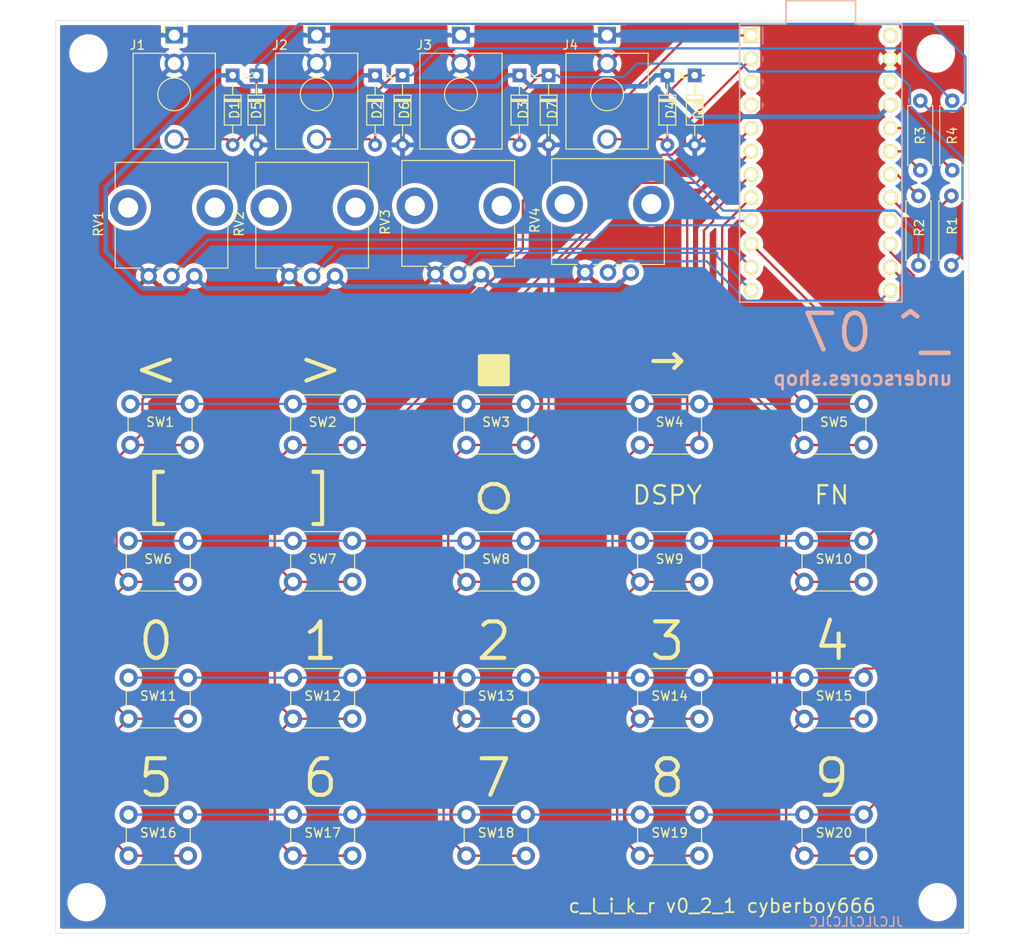
<source format=kicad_pcb>
(kicad_pcb (version 20211014) (generator pcbnew)
  (title_block (title "c_l_i_k_r") (date "2022-02-22") (rev "v0_2_1") (company "cyberboy666") (comment 1 "CC-BY-SA"))
  (layers (0 "F.Cu" signal) (31 "B.Cu" signal) (34 "B.Paste" user) (35 "F.Paste" user) (36 "B.SilkS" user "B.Silkscreen") (37 "F.SilkS" user "F.Silkscreen") (38 "B.Mask" user) (39 "F.Mask" user) (44 "Edge.Cuts" user))
  (net 0 "")
  (net 1 "+5V")
  (net 2 "analog_6")
  (net 3 "analog_7")
  (net 4 "analog_4")
  (net 5 "analog_5")
  (net 6 "GND")
  (net 7 "analog_0")
  (net 8 "analog_1")
  (net 9 "analog_2")
  (net 10 "analog_3")
  (net 11 "key_y0")
  (net 12 "key_x0")
  (net 13 "key_x1")
  (net 14 "key_x2")
  (net 15 "key_x3")
  (net 16 "key_x4")
  (net 17 "key_y1")
  (net 18 "key_y2")
  (net 19 "key_y3")
  (net 20 "Net-(U1-Pad3)")
  (net 21 "Net-(U1-Pad4)")
  (net 22 "Net-(U1-Pad16)")
  (net 23 "Net-(U1-Pad22)")
  (net 24 "Net-(U1-Pad24)")
  (net 25 "Net-(D1-Pad2)")
  (net 26 "Net-(D2-Pad2)")
  (net 27 "Net-(D3-Pad2)")
  (net 28 "Net-(D4-Pad2)")
  (footprint "Diode_THT:D_DO-34_SOD68_P7.62mm_Horizontal" (layer "F.Cu") (at 124.4 56 -90)
    (fp_text reference "D1")
    (fp_text value "bat46")
  )
  (footprint "Diode_THT:D_DO-34_SOD68_P7.62mm_Horizontal" (layer "F.Cu") (at 140 56 -90)
    (fp_text reference "D2")
    (fp_text value "bat46")
  )
  (footprint "Diode_THT:D_DO-34_SOD68_P7.62mm_Horizontal" (layer "F.Cu") (at 155.8 56 -90)
    (fp_text reference "D3")
    (fp_text value "bat46")
  )
  (footprint "Diode_THT:D_DO-34_SOD68_P7.62mm_Horizontal" (layer "F.Cu") (at 172 56 -90)
    (fp_text reference "D4")
    (fp_text value "bat46")
  )
  (footprint "Diode_THT:D_DO-34_SOD68_P7.62mm_Horizontal" (layer "F.Cu") (at 127 56 -90)
    (fp_text reference "D5")
    (fp_text value "bat46")
  )
  (footprint "Diode_THT:D_DO-34_SOD68_P7.62mm_Horizontal" (layer "F.Cu") (at 143 56 -90)
    (fp_text reference "D6")
    (fp_text value "bat46")
  )
  (footprint "Diode_THT:D_DO-34_SOD68_P7.62mm_Horizontal" (layer "F.Cu") (at 159 56 -90)
    (fp_text reference "D7")
    (fp_text value "bat46")
  )
  (footprint "Diode_THT:D_DO-34_SOD68_P7.62mm_Horizontal" (layer "F.Cu") (at 175 56 -90)
    (fp_text reference "D8")
    (fp_text value "bat46")
  )
  (footprint "lib_fp:Jack_3.5mm_QingPu_WQP-PJ398SM_Vertical_CircularHoles" (layer "F.Cu") (at 118 51.6)
    (fp_text reference "J1")
    (fp_text value "mono_jack_3.5mm")
  )
  (footprint "lib_fp:Jack_3.5mm_QingPu_WQP-PJ398SM_Vertical_CircularHoles" (layer "F.Cu") (at 133.6 51.6)
    (fp_text reference "J2")
    (fp_text value "mono_jack_3.5mm")
  )
  (footprint "lib_fp:Jack_3.5mm_QingPu_WQP-PJ398SM_Vertical_CircularHoles" (layer "F.Cu") (at 149.4 51.6)
    (fp_text reference "J3")
    (fp_text value "mono_jack_3.5mm")
  )
  (footprint "lib_fp:Jack_3.5mm_QingPu_WQP-PJ398SM_Vertical_CircularHoles" (layer "F.Cu") (at 165.4 51.6)
    (fp_text reference "J4")
    (fp_text value "mono_jack_3.5mm")
  )
  (footprint "lib_fp:Potentiometer_Alps_RK09L_Single_Vertical" (layer "F.Cu") (at 120.2 78 90)
    (fp_text reference "RV1")
    (fp_text value "10k_pot")
  )
  (footprint "lib_fp:Potentiometer_Alps_RK09L_Single_Vertical" (layer "F.Cu") (at 135.6 78 90)
    (fp_text reference "RV2")
    (fp_text value "10k_pot")
  )
  (footprint "lib_fp:Potentiometer_Alps_RK09L_Single_Vertical" (layer "F.Cu") (at 151.6 77.8 90)
    (fp_text reference "RV3")
    (fp_text value "10k_pot")
  )
  (footprint "lib_fp:Potentiometer_Alps_RK09L_Single_Vertical" (layer "F.Cu") (at 168 77.6 90)
    (fp_text reference "RV4")
    (fp_text value "10k_pot")
  )
  (footprint "Button_Switch_THT:SW_PUSH_6mm_H7.3mm" (layer "F.Cu") (at 113.2 92)
    (fp_text reference "SW1")
    (fp_text value "Push")
  )
  (footprint "Button_Switch_THT:SW_PUSH_6mm_H7.3mm" (layer "F.Cu") (at 131 92)
    (fp_text reference "SW2")
    (fp_text value "Push")
  )
  (footprint "Button_Switch_THT:SW_PUSH_6mm_H7.3mm" (layer "F.Cu") (at 150 92)
    (fp_text reference "SW3")
    (fp_text value "Push")
  )
  (footprint "Button_Switch_THT:SW_PUSH_6mm_H7.3mm" (layer "F.Cu") (at 169 92)
    (fp_text reference "SW4")
    (fp_text value "Push")
  )
  (footprint "Button_Switch_THT:SW_PUSH_6mm_H7.3mm" (layer "F.Cu") (at 187 92)
    (fp_text reference "SW5")
    (fp_text value "Push")
  )
  (footprint "Button_Switch_THT:SW_PUSH_6mm_H7.3mm" (layer "F.Cu") (at 113 107)
    (fp_text reference "SW6")
    (fp_text value "Push")
  )
  (footprint "Button_Switch_THT:SW_PUSH_6mm_H7.3mm" (layer "F.Cu") (at 131 107)
    (fp_text reference "SW7")
    (fp_text value "Push")
  )
  (footprint "Button_Switch_THT:SW_PUSH_6mm_H7.3mm" (layer "F.Cu") (at 150 107)
    (fp_text reference "SW8")
    (fp_text value "Push")
  )
  (footprint "Button_Switch_THT:SW_PUSH_6mm_H7.3mm" (layer "F.Cu") (at 169 107)
    (fp_text reference "SW9")
    (fp_text value "Push")
  )
  (footprint "Button_Switch_THT:SW_PUSH_6mm_H7.3mm" (layer "F.Cu") (at 187 107)
    (fp_text reference "SW10")
    (fp_text value "Push")
  )
  (footprint "Button_Switch_THT:SW_PUSH_6mm_H7.3mm" (layer "F.Cu") (at 113 122)
    (fp_text reference "SW11")
    (fp_text value "Push")
  )
  (footprint "Button_Switch_THT:SW_PUSH_6mm_H7.3mm" (layer "F.Cu") (at 131 122)
    (fp_text reference "SW12")
    (fp_text value "Push")
  )
  (footprint "Button_Switch_THT:SW_PUSH_6mm_H7.3mm" (layer "F.Cu") (at 150 122)
    (fp_text reference "SW13")
    (fp_text value "Push")
  )
  (footprint "Button_Switch_THT:SW_PUSH_6mm_H7.3mm" (layer "F.Cu") (at 169 122)
    (fp_text reference "SW14")
    (fp_text value "Push")
  )
  (footprint "Button_Switch_THT:SW_PUSH_6mm_H7.3mm" (layer "F.Cu") (at 187 122)
    (fp_text reference "SW15")
    (fp_text value "Push")
  )
  (footprint "Button_Switch_THT:SW_PUSH_6mm_H7.3mm" (layer "F.Cu") (at 113 137)
    (fp_text reference "SW16")
    (fp_text value "Push")
  )
  (footprint "Button_Switch_THT:SW_PUSH_6mm_H7.3mm" (layer "F.Cu") (at 131 137)
    (fp_text reference "SW17")
    (fp_text value "Push")
  )
  (footprint "Button_Switch_THT:SW_PUSH_6mm_H7.3mm" (layer "F.Cu") (at 150 137)
    (fp_text reference "SW18")
    (fp_text value "Push")
  )
  (footprint "Button_Switch_THT:SW_PUSH_6mm_H7.3mm" (layer "F.Cu") (at 169 137)
    (fp_text reference "SW19")
    (fp_text value "Push")
  )
  (footprint "Button_Switch_THT:SW_PUSH_6mm_H7.3mm" (layer "F.Cu") (at 187 137)
    (fp_text reference "SW20")
    (fp_text value "Push")
  )
  (footprint "lib_fp:ProMicro" (layer "F.Cu") (at 188.8 65.6 -90)
    (fp_text reference "U1" hide)
    (fp_text value "ProMicro")
  )
  (footprint "MountingHole:MountingHole_3.2mm_M3" (layer "F.Cu") (at 108.6 53.6)
    (fp_text reference "REF**" hide)
    (fp_text value "MountingHole_3.2mm_M3")
  )
  (footprint "MountingHole:MountingHole_3.2mm_M3" (layer "F.Cu") (at 201.4 53.6)
    (fp_text reference "REF**" hide)
    (fp_text value "MountingHole_3.2mm_M3")
  )
  (footprint "MountingHole:MountingHole_3.2mm_M3" (layer "F.Cu") (at 201.6 146.6)
    (fp_text reference "REF**" hide)
    (fp_text value "MountingHole_3.2mm_M3")
  )
  (footprint "MountingHole:MountingHole_3.2mm_M3" (layer "F.Cu") (at 108.4 146.6)
    (fp_text reference "")
    (fp_text value "MountingHole_3.2mm_M3")
  )
  (footprint "Resistor_THT:R_Axial_DIN0207_L6.3mm_D2.5mm_P7.62mm_Horizontal" (layer "F.Cu") (at 203.1 69.2 -90)
    (fp_text reference "R1")
    (fp_text value "1k")
  )
  (footprint "Resistor_THT:R_Axial_DIN0207_L6.3mm_D2.5mm_P7.62mm_Horizontal" (layer "F.Cu") (at 199.5 69.2 -90)
    (fp_text reference "R2")
    (fp_text value "1k")
  )
  (footprint "Resistor_THT:R_Axial_DIN0207_L6.3mm_D2.5mm_P7.62mm_Horizontal" (layer "F.Cu") (at 199.7 66.4 90)
    (fp_text reference "R3")
    (fp_text value "1k")
  )
  (footprint "Resistor_THT:R_Axial_DIN0207_L6.3mm_D2.5mm_P7.62mm_Horizontal" (layer "F.Cu") (at 203.2 66.4 90)
    (fp_text reference "R4")
    (fp_text value "1k")
  )
  (gr_line (start 105 150) (end 105 50) (layer "Edge.Cuts") (width 0.05))
  (gr_line (start 105 50) (end 205 50) (layer "Edge.Cuts") (width 0.05))
  (gr_line (start 205 50) (end 205 150) (layer "Edge.Cuts") (width 0.05))
  (gr_line (start 205 150) (end 105 150) (layer "Edge.Cuts") (width 0.05))
  (gr_text "_^ 07" (at 194.8 84.2) (layer "B.SilkS") (effects (font (size 4 4) (thickness 0.5)) (justify mirror)))
  (gr_text "JLCJLCJLCJLC" (at 192.65 148.75) (layer "B.SilkS") (effects (font (size 1 1)) (justify mirror)))
  (gr_text "underscores.shop" (at 193.4 89.2) (layer "B.SilkS") (effects (font (size 1.5 1.5) (thickness 0.3)) (justify mirror)))
  (gr_text ">" (at 134 88) (layer "F.SilkS") (effects (font (size 4 4) (thickness 0.45))))
  (gr_text "■" (at 153 88) (layer "F.SilkS") (effects (font (size 4 4) (thickness 0.45))))
  (gr_text "→" (at 172 87) (layer "F.SilkS") (effects (font (size 4 4) (thickness 0.45))))
  (gr_text "[" (at 116 102) (layer "F.SilkS") (effects (font (size 4 4) (thickness 0.45))))
  (gr_text "]" (at 134 102) (layer "F.SilkS") (effects (font (size 4 4) (thickness 0.45))))
  (gr_text "○" (at 153 102) (layer "F.SilkS") (effects (font (size 4 4) (thickness 0.45))))
  (gr_text "DSPY" (at 172 102) (layer "F.SilkS") (effects (font (size 2 2) (thickness 0.25))))
  (gr_text "FN" (at 190 102) (layer "F.SilkS") (effects (font (size 2 2) (thickness 0.25))))
  (gr_text "0" (at 116 118) (layer "F.SilkS") (effects (font (size 4 4) (thickness 0.45))))
  (gr_text "1" (at 134 118) (layer "F.SilkS") (effects (font (size 4 4) (thickness 0.45))))
  (gr_text "2" (at 153 118) (layer "F.SilkS") (effects (font (size 4 4) (thickness 0.45))))
  (gr_text "3" (at 172 118) (layer "F.SilkS") (effects (font (size 4 4) (thickness 0.45))))
  (gr_text "4" (at 190 118) (layer "F.SilkS") (effects (font (size 4 4) (thickness 0.45))))
  (gr_text "5" (at 116 133) (layer "F.SilkS") (effects (font (size 4 4) (thickness 0.45))))
  (gr_text "6" (at 134 133) (layer "F.SilkS") (effects (font (size 4 4) (thickness 0.45))))
  (gr_text "7" (at 153 133) (layer "F.SilkS") (effects (font (size 4 4) (thickness 0.45))))
  (gr_text "8" (at 172 133) (layer "F.SilkS") (effects (font (size 4 4) (thickness 0.45))))
  (gr_text "9" (at 190 133) (layer "F.SilkS") (effects (font (size 4 4) (thickness 0.45))))
  (gr_text "<" (at 116 88) (layer "F.SilkS") (effects (font (size 4 4) (thickness 0.45))))
  (gr_text "c_l_i_k_r v0_2_1 cyberboy666" (at 178 147) (layer "F.SilkS") (effects (font (size 1.5 1.5) (thickness 0.2))))
  (segment (start 169.549999 57.200001) (end 157.000001 57.200001) (width 0.5) (layer "B.Cu") (net 1))
  (segment (start 110.499999 68.257799) (end 110.499999 75.298001) (width 0.5) (layer "B.Cu") (net 1))
  (segment (start 155.8 56) (end 154.55 56) (width 0.5) (layer "B.Cu") (net 1))
  (segment (start 151.6 77.8) (end 150.249999 79.150001) (width 0.5) (layer "B.Cu") (net 1))
  (segment (start 170.75 56) (end 169.549999 57.200001) (width 0.5) (layer "B.Cu") (net 1))
  (segment (start 135.6 78) (end 134.249999 79.350001) (width 0.5) (layer "B.Cu") (net 1))
  (segment (start 137.549999 57.200001) (end 125.600001 57.200001) (width 0.5) (layer "B.Cu") (net 1))
  (segment (start 121.550001 79.350001) (end 121.099999 78.899999) (width 0.5) (layer "B.Cu") (net 1))
  (segment (start 125.600001 57.200001) (end 124.4 56) (width 0.5) (layer "B.Cu") (net 1))
  (segment (start 122.757798 56) (end 110.499999 68.257799) (width 0.5) (layer "B.Cu") (net 1))
  (segment (start 140 56) (end 138.75 56) (width 0.5) (layer "B.Cu") (net 1))
  (segment (start 141.200001 57.200001) (end 140 56) (width 0.5) (layer "B.Cu") (net 1))
  (segment (start 167.100001 78.499999) (end 168 77.6) (width 0.5) (layer "B.Cu") (net 1))
  (segment (start 153.349999 57.200001) (end 141.200001 57.200001) (width 0.5) (layer "B.Cu") (net 1))
  (segment (start 138.75 56) (end 137.549999 57.200001) (width 0.5) (layer "B.Cu") (net 1))
  (segment (start 134.249999 79.350001) (end 121.550001 79.350001) (width 0.5) (layer "B.Cu") (net 1))
  (segment (start 154.55 56) (end 153.349999 57.200001) (width 0.5) (layer "B.Cu") (net 1))
  (segment (start 172 57.25) (end 172 56) (width 0.5) (layer "B.Cu") (net 1))
  (segment (start 172 56) (end 170.75 56) (width 0.5) (layer "B.Cu") (net 1))
  (segment (start 152.8 79) (end 166.6 79) (width 0.5) (layer "B.Cu") (net 1))
  (segment (start 150.249999 79.150001) (end 136.750001 79.150001) (width 0.5) (layer "B.Cu") (net 1))
  (segment (start 166.6 79) (end 167.100001 78.499999) (width 0.5) (layer "B.Cu") (net 1))
  (segment (start 196.42 59.25) (end 195.130001 60.539999) (width 0.5) (layer "B.Cu") (net 1))
  (segment (start 121.099999 78.899999) (end 120.2 78) (width 0.5) (layer "B.Cu") (net 1))
  (segment (start 119.300001 78.899999) (end 120.2 78) (width 0.5) (layer "B.Cu") (net 1))
  (segment (start 136.499999 78.899999) (end 135.6 78) (width 0.5) (layer "B.Cu") (net 1))
  (segment (start 136.750001 79.150001) (end 136.499999 78.899999) (width 0.5) (layer "B.Cu") (net 1))
  (segment (start 151.6 77.8) (end 152.8 79) (width 0.5) (layer "B.Cu") (net 1))
  (segment (start 195.130001 60.539999) (end 175.289999 60.539999) (width 0.5) (layer "B.Cu") (net 1))
  (segment (start 157.000001 57.200001) (end 155.8 56) (width 0.5) (layer "B.Cu") (net 1))
  (segment (start 124.4 56) (end 122.757798 56) (width 0.5) (layer "B.Cu") (net 1))
  (segment (start 175.289999 60.539999) (end 172 57.25) (width 0.5) (layer "B.Cu") (net 1))
  (segment (start 110.499999 75.298001) (end 114.551999 79.350001) (width 0.5) (layer "B.Cu") (net 1))
  (segment (start 114.551999 79.350001) (end 118.849999 79.350001) (width 0.5) (layer "B.Cu") (net 1))
  (segment (start 118.849999 79.350001) (end 119.300001 78.899999) (width 0.5) (layer "B.Cu") (net 1))
  (segment (start 199.7 66.4) (end 197.63 64.33) (width 0.25) (layer "F.Cu") (net 2))
  (segment (start 197.63 64.33) (end 196.42 64.33) (width 0.25) (layer "F.Cu") (net 2))
  (segment (start 203.2 66.4) (end 198.59 61.79) (width 0.25) (layer "F.Cu") (net 3))
  (segment (start 198.59 61.79) (end 196.42 61.79) (width 0.25) (layer "F.Cu") (net 3))
  (segment (start 202.300001 69.999999) (end 203.1 69.2) (width 0.25) (layer "F.Cu") (net 4))
  (segment (start 201.4 70.9) (end 202.300001 69.999999) (width 0.25) (layer "F.Cu") (net 4))
  (segment (start 197.91 70.9) (end 201.4 70.9) (width 0.25) (layer "F.Cu") (net 4))
  (segment (start 196.42 69.41) (end 197.91 70.9) (width 0.25) (layer "F.Cu") (net 4))
  (segment (start 199.5 69.2) (end 197.17 66.87) (width 0.25) (layer "F.Cu") (net 5))
  (segment (start 197.17 66.87) (end 196.42 66.87) (width 0.25) (layer "F.Cu") (net 5))
  (segment (start 167.710001 50.504999) (end 166.615 51.6) (width 0.25) (layer "F.Cu") (net 6))
  (segment (start 166.615 51.6) (end 165.4 51.6) (width 0.25) (layer "F.Cu") (net 6))
  (segment (start 175 63.62) (end 178.244999 60.375001) (width 0.25) (layer "F.Cu") (net 6))
  (segment (start 196.42 54.17) (end 192.754999 50.504999) (width 0.25) (layer "F.Cu") (net 6))
  (segment (start 181.720001 60.375001) (end 182.305001 59.790001) (width 0.25) (layer "F.Cu") (net 6))
  (segment (start 182.305001 59.790001) (end 182.305001 50.569999) (width 0.25) (layer "F.Cu") (net 6))
  (segment (start 182.305001 50.569999) (end 182.240001 50.504999) (width 0.25) (layer "F.Cu") (net 6))
  (segment (start 182.240001 50.504999) (end 167.710001 50.504999) (width 0.25) (layer "F.Cu") (net 6))
  (segment (start 178.244999 60.375001) (end 181.720001 60.375001) (width 0.25) (layer "F.Cu") (net 6))
  (segment (start 192.754999 50.504999) (end 167.710001 50.504999) (width 0.25) (layer "F.Cu") (net 6))
  (segment (start 179.573629 72.425001) (end 180.04863 71.95) (width 0.25) (layer "B.Cu") (net 7))
  (segment (start 180.04863 71.95) (end 181.18 71.95) (width 0.25) (layer "B.Cu") (net 7))
  (segment (start 117.7 78) (end 121.7 74) (width 0.25) (layer "B.Cu") (net 7))
  (segment (start 164 74) (end 165.574999 72.425001) (width 0.25) (layer "B.Cu") (net 7))
  (segment (start 165.574999 72.425001) (end 179.573629 72.425001) (width 0.25) (layer "B.Cu") (net 7))
  (segment (start 121.7 74) (end 164 74) (width 0.25) (layer "B.Cu") (net 7))
  (segment (start 133.1 78) (end 136.1 75) (width 0.25) (layer "B.Cu") (net 8))
  (segment (start 136.1 75) (end 179.15 75) (width 0.25) (layer "B.Cu") (net 8))
  (segment (start 180.380001 76.230001) (end 181.18 77.03) (width 0.25) (layer "B.Cu") (net 8))
  (segment (start 179.15 75) (end 180.380001 76.230001) (width 0.25) (layer "B.Cu") (net 8))
  (segment (start 177.45001 75.45001) (end 177.45001 75.84001) (width 0.25) (layer "B.Cu") (net 9))
  (segment (start 151.44999 75.45001) (end 177.45001 75.45001) (width 0.25) (layer "B.Cu") (net 9))
  (segment (start 177.45001 75.84001) (end 181.18 79.57) (width 0.25) (layer "B.Cu") (net 9))
  (segment (start 149.1 77.8) (end 151.44999 75.45001) (width 0.25) (layer "B.Cu") (net 9))
  (segment (start 166.725001 76.374999) (end 176.319997 76.374999) (width 0.25) (layer "B.Cu") (net 10))
  (segment (start 176.319997 76.374999) (end 180.639999 80.695001) (width 0.25) (layer "B.Cu") (net 10))
  (segment (start 180.639999 80.695001) (end 195.294999 80.695001) (width 0.25) (layer "B.Cu") (net 10))
  (segment (start 195.620001 80.369999) (end 196.42 79.57) (width 0.25) (layer "B.Cu") (net 10))
  (segment (start 195.294999 80.695001) (end 195.620001 80.369999) (width 0.25) (layer "B.Cu") (net 10))
  (segment (start 165.5 77.6) (end 166.725001 76.374999) (width 0.25) (layer "B.Cu") (net 10))
  (segment (start 187 92) (end 178 83) (width 0.25) (layer "F.Cu") (net 11))
  (segment (start 178 72.59) (end 181.18 69.41) (width 0.25) (layer "F.Cu") (net 11))
  (segment (start 178 83) (end 178 72.59) (width 0.25) (layer "F.Cu") (net 11))
  (segment (start 156.5 92) (end 169 92) (width 0.25) (layer "B.Cu") (net 11))
  (segment (start 169 92) (end 175.5 92) (width 0.25) (layer "B.Cu") (net 11))
  (segment (start 119.7 92) (end 131 92) (width 0.25) (layer "B.Cu") (net 11))
  (segment (start 137.5 92) (end 150 92) (width 0.25) (layer "B.Cu") (net 11))
  (segment (start 150 92) (end 156.5 92) (width 0.25) (layer "B.Cu") (net 11))
  (segment (start 175.5 92) (end 187 92) (width 0.25) (layer "B.Cu") (net 11))
  (segment (start 187 92) (end 193.5 92) (width 0.25) (layer "B.Cu") (net 11))
  (segment (start 119.7 92) (end 113.2 92) (width 0.25) (layer "B.Cu") (net 11))
  (segment (start 131 92) (end 137.5 92) (width 0.25) (layer "B.Cu") (net 11))
  (segment (start 111 113.5) (end 111 124.5) (width 0.25) (layer "F.Cu") (net 12))
  (segment (start 118.085787 111.5) (end 113 111.5) (width 0.25) (layer "F.Cu") (net 12))
  (segment (start 114.525001 95.174999) (end 114.199999 95.500001) (width 0.25) (layer "F.Cu") (net 12))
  (segment (start 111.674999 110.174999) (end 112.000001 110.500001) (width 0.25) (layer "F.Cu") (net 12))
  (segment (start 112.000001 140.500001) (end 113 141.5) (width 0.25) (layer "F.Cu") (net 12))
  (segment (start 114.199999 95.500001) (end 113.2 96.5) (width 0.25) (layer "F.Cu") (net 12))
  (segment (start 118.285787 96.5) (end 113.2 96.5) (width 0.25) (layer "F.Cu") (net 12))
  (segment (start 124 82) (end 114.525001 91.474999) (width 0.25) (layer "F.Cu") (net 12))
  (segment (start 119.5 141.5) (end 118.085787 141.5) (width 0.25) (layer "F.Cu") (net 12))
  (segment (start 111.674999 98.025001) (end 111.674999 110.174999) (width 0.25) (layer "F.Cu") (net 12))
  (segment (start 113.2 96.5) (end 111.674999 98.025001) (width 0.25) (layer "F.Cu") (net 12))
  (segment (start 111 128.5) (end 111 139.5) (width 0.25) (layer "F.Cu") (net 12))
  (segment (start 156.175001 75.038001) (end 149.213002 82) (width 0.25) (layer "F.Cu") (net 12))
  (segment (start 119.7 96.5) (end 118.285787 96.5) (width 0.25) (layer "F.Cu") (net 12))
  (segment (start 156.175001 69.739997) (end 156.175001 75.038001) (width 0.25) (layer "F.Cu") (net 12))
  (segment (start 113 111.5) (end 111 113.5) (width 0.25) (layer "F.Cu") (net 12))
  (segment (start 111 139.5) (end 112.000001 140.500001) (width 0.25) (layer "F.Cu") (net 12))
  (segment (start 113 126.5) (end 111 128.5) (width 0.25) (layer "F.Cu") (net 12))
  (segment (start 111 124.5) (end 112.000001 125.500001) (width 0.25) (layer "F.Cu") (net 12))
  (segment (start 118.085787 141.5) (end 113 141.5) (width 0.25) (layer "F.Cu") (net 12))
  (segment (start 174.284998 51.63) (end 156.175001 69.739997) (width 0.25) (layer "F.Cu") (net 12))
  (segment (start 149.213002 82) (end 124 82) (width 0.25) (layer "F.Cu") (net 12))
  (segment (start 181.18 51.63) (end 174.284998 51.63) (width 0.25) (layer "F.Cu") (net 12))
  (segment (start 112.000001 125.500001) (end 113 126.5) (width 0.25) (layer "F.Cu") (net 12))
  (segment (start 112.000001 110.500001) (end 113 111.5) (width 0.25) (layer "F.Cu") (net 12))
  (segment (start 119.5 111.5) (end 118.085787 111.5) (width 0.25) (layer "F.Cu") (net 12))
  (segment (start 114.525001 91.474999) (end 114.525001 95.174999) (width 0.25) (layer "F.Cu") (net 12))
  (segment (start 113 126.5) (end 119.5 126.5) (width 0.25) (layer "F.Cu") (net 12))
  (segment (start 180.380001 54.969999) (end 181.18 54.17) (width 0.25) (layer "F.Cu") (net 13))
  (segment (start 137.5 141.5) (end 136.085787 141.5) (width 0.25) (layer "F.Cu") (net 13))
  (segment (start 137.5 111.5) (end 136.085787 111.5) (width 0.25) (layer "F.Cu") (net 13))
  (segment (start 131 126.5) (end 137.5 126.5) (width 0.25) (layer "F.Cu") (net 13))
  (segment (start 172.516001 64.695001) (end 173.924999 63.286003) (width 0.25) (layer "F.Cu") (net 13))
  (segment (start 131 111.5) (end 129 113.5) (width 0.25) (layer "F.Cu") (net 13))
  (segment (start 173.924999 63.286003) (end 173.924999 61.425001) (width 0.25) (layer "F.Cu") (net 13))
  (segment (start 137.5 96.5) (end 139.679 96.5) (width 0.25) (layer "F.Cu") (net 13))
  (segment (start 129 124.5) (end 130.000001 125.500001) (width 0.25) (layer "F.Cu") (net 13))
  (segment (start 173.924999 61.425001) (end 180.380001 54.969999) (width 0.25) (layer "F.Cu") (net 13))
  (segment (start 130.000001 125.500001) (end 131 126.5) (width 0.25) (layer "F.Cu") (net 13))
  (segment (start 129 113.5) (end 129 124.5) (width 0.25) (layer "F.Cu") (net 13))
  (segment (start 139.679 96.5) (end 171.483999 64.695001) (width 0.25) (layer "F.Cu") (net 13))
  (segment (start 136.085787 141.5) (end 131 141.5) (width 0.25) (layer "F.Cu") (net 13))
  (segment (start 136.085787 111.5) (end 131 111.5) (width 0.25) (layer "F.Cu") (net 13))
  (segment (start 131 96.5) (end 129 98.5) (width 0.25) (layer "F.Cu") (net 13))
  (segment (start 129 139.5) (end 130.000001 140.500001) (width 0.25) (layer "F.Cu") (net 13))
  (segment (start 131 96.5) (end 137.5 96.5) (width 0.25) (layer "F.Cu") (net 13))
  (segment (start 130.000001 140.500001) (end 131 141.5) (width 0.25) (layer "F.Cu") (net 13))
  (segment (start 130.000001 110.500001) (end 131 111.5) (width 0.25) (layer "F.Cu") (net 13))
  (segment (start 129 109.5) (end 130.000001 110.500001) (width 0.25) (layer "F.Cu") (net 13))
  (segment (start 131 126.5) (end 129 128.5) (width 0.25) (layer "F.Cu") (net 13))
  (segment (start 129 98.5) (end 129 109.5) (width 0.25) (layer "F.Cu") (net 13))
  (segment (start 171.483999 64.695001) (end 172.516001 64.695001) (width 0.25) (layer "F.Cu") (net 13))
  (segment (start 129 128.5) (end 129 139.5) (width 0.25) (layer "F.Cu") (net 13))
  (segment (start 149.000001 125.500001) (end 150 126.5) (width 0.25) (layer "F.Cu") (net 14))
  (segment (start 150 126.5) (end 156.5 126.5) (width 0.25) (layer "F.Cu") (net 14))
  (segment (start 148 98.5) (end 148 109.5) (width 0.25) (layer "F.Cu") (net 14))
  (segment (start 150 96.5) (end 156.5 96.5) (width 0.25) (layer "F.Cu") (net 14))
  (segment (start 150 111.5) (end 147 114.5) (width 0.25) (layer "F.Cu") (net 14))
  (segment (start 147 123.5) (end 149.000001 125.500001) (width 0.25) (layer "F.Cu") (net 14))
  (segment (start 159 94) (end 159 77.908998) (width 0.25) (layer "F.Cu") (net 14))
  (segment (start 180.380001 62.589999) (end 181.18 61.79) (width 0.25) (layer "F.Cu") (net 14))
  (segment (start 175.195001 67.774999) (end 180.380001 62.589999) (width 0.25) (layer "F.Cu") (net 14))
  (segment (start 155.085787 111.5) (end 150 111.5) (width 0.25) (layer "F.Cu") (net 14))
  (segment (start 159 77.908998) (end 169.133999 67.774999) (width 0.25) (layer "F.Cu") (net 14))
  (segment (start 149.000001 110.500001) (end 150 111.5) (width 0.25) (layer "F.Cu") (net 14))
  (segment (start 147.5 129) (end 147.5 139) (width 0.25) (layer "F.Cu") (net 14))
  (segment (start 150 126.5) (end 147.5 129) (width 0.25) (layer "F.Cu") (net 14))
  (segment (start 169.133999 67.774999) (end 175.195001 67.774999) (width 0.25) (layer "F.Cu") (net 14))
  (segment (start 156.5 96.5) (end 159 94) (width 0.25) (layer "F.Cu") (net 14))
  (segment (start 156.5 111.5) (end 155.085787 111.5) (width 0.25) (layer "F.Cu") (net 14))
  (segment (start 150 96.5) (end 148 98.5) (width 0.25) (layer "F.Cu") (net 14))
  (segment (start 148 109.5) (end 149.000001 110.500001) (width 0.25) (layer "F.Cu") (net 14))
  (segment (start 156.5 141.5) (end 155.085787 141.5) (width 0.25) (layer "F.Cu") (net 14))
  (segment (start 147 114.5) (end 147 123.5) (width 0.25) (layer "F.Cu") (net 14))
  (segment (start 155.085787 141.5) (end 150 141.5) (width 0.25) (layer "F.Cu") (net 14))
  (segment (start 147.5 139) (end 150 141.5) (width 0.25) (layer "F.Cu") (net 14))
  (segment (start 175.5 141.5) (end 169 141.5) (width 0.25) (layer "F.Cu") (net 15))
  (segment (start 166.5 139) (end 169 141.5) (width 0.25) (layer "F.Cu") (net 15))
  (segment (start 175.5 96.5) (end 175.5 95.085787) (width 0.25) (layer "F.Cu") (net 15))
  (segment (start 174.085787 111.5) (end 169 111.5) (width 0.25) (layer "F.Cu") (net 15))
  (segment (start 166 123.5) (end 168.000001 125.500001) (width 0.25) (layer "F.Cu") (net 15))
  (segment (start 180.380001 65.129999) (end 181.18 64.33) (width 0.25) (layer "F.Cu") (net 15))
  (segment (start 166 108.5) (end 168.000001 110.500001) (width 0.25) (layer "F.Cu") (net 15))
  (segment (start 166 99.5) (end 166 108.5) (width 0.25) (layer "F.Cu") (net 15))
  (segment (start 174.174999 93.760786) (end 174.174999 71.335001) (width 0.25) (layer "F.Cu") (net 15))
  (segment (start 169 126.5) (end 175.5 126.5) (width 0.25) (layer "F.Cu") (net 15))
  (segment (start 174.174999 71.335001) (end 180.380001 65.129999) (width 0.25) (layer "F.Cu") (net 15))
  (segment (start 168.000001 110.500001) (end 169 111.5) (width 0.25) (layer "F.Cu") (net 15))
  (segment (start 169 111.5) (end 166 114.5) (width 0.25) (layer "F.Cu") (net 15))
  (segment (start 169 96.5) (end 175.5 96.5) (width 0.25) (layer "F.Cu") (net 15))
  (segment (start 175.5 111.5) (end 174.085787 111.5) (width 0.25) (layer "F.Cu") (net 15))
  (segment (start 169 96.5) (end 166 99.5) (width 0.25) (layer "F.Cu") (net 15))
  (segment (start 168.000001 125.500001) (end 169 126.5) (width 0.25) (layer "F.Cu") (net 15))
  (segment (start 166 114.5) (end 166 123.5) (width 0.25) (layer "F.Cu") (net 15))
  (segment (start 166.5 129) (end 166.5 139) (width 0.25) (layer "F.Cu") (net 15))
  (segment (start 169 126.5) (end 166.5 129) (width 0.25) (layer "F.Cu") (net 15))
  (segment (start 175.5 95.085787) (end 174.174999 93.760786) (width 0.25) (layer "F.Cu") (net 15))
  (segment (start 193.5 141.5) (end 192.085787 141.5) (width 0.25) (layer "F.Cu") (net 16))
  (segment (start 186.000001 125.500001) (end 187 126.5) (width 0.25) (layer "F.Cu") (net 16))
  (segment (start 187 126.5) (end 193.5 126.5) (width 0.25) (layer "F.Cu") (net 16))
  (segment (start 187 126.5) (end 185 128.5) (width 0.25) (layer "F.Cu") (net 16))
  (segment (start 185 98.5) (end 185 109.5) (width 0.25) (layer "F.Cu") (net 16))
  (segment (start 185 109.5) (end 186.000001 110.500001) (width 0.25) (layer "F.Cu") (net 16))
  (segment (start 187 96.5) (end 193.5 96.5) (width 0.25) (layer "F.Cu") (net 16))
  (segment (start 186.000001 140.500001) (end 187 141.5) (width 0.25) (layer "F.Cu") (net 16))
  (segment (start 184 114.5) (end 184 123.5) (width 0.25) (layer "F.Cu") (net 16))
  (segment (start 186.000001 110.500001) (end 187 111.5) (width 0.25) (layer "F.Cu") (net 16))
  (segment (start 185 128.5) (end 185 139.5) (width 0.25) (layer "F.Cu") (net 16))
  (segment (start 176 73) (end 177 72) (width 0.25) (layer "F.Cu") (net 16))
  (segment (start 185 139.5) (end 186.000001 140.500001) (width 0.25) (layer "F.Cu") (net 16))
  (segment (start 187 96.5) (end 185 98.5) (width 0.25) (layer "F.Cu") (net 16))
  (segment (start 177 72) (end 177 71.05) (width 0.25) (layer "F.Cu") (net 16))
  (segment (start 192.085787 141.5) (end 187 141.5) (width 0.25) (layer "F.Cu") (net 16))
  (segment (start 180.380001 67.669999) (end 181.18 66.87) (width 0.25) (layer "F.Cu") (net 16))
  (segment (start 184 123.5) (end 186.000001 125.500001) (width 0.25) (layer "F.Cu") (net 16))
  (segment (start 176 85.5) (end 176 73) (width 0.25) (layer "F.Cu") (net 16))
  (segment (start 187 96.5) (end 176 85.5) (width 0.25) (layer "F.Cu") (net 16))
  (segment (start 187 111.5) (end 184 114.5) (width 0.25) (layer "F.Cu") (net 16))
  (segment (start 193.5 111.5) (end 187 111.5) (width 0.25) (layer "F.Cu") (net 16))
  (segment (start 177 71.05) (end 180.380001 67.669999) (width 0.25) (layer "F.Cu") (net 16))
  (segment (start 193.5 107) (end 197 103.5) (width 0.25) (layer "F.Cu") (net 17))
  (segment (start 197 90.31) (end 181.979999 75.289999) (width 0.25) (layer "F.Cu") (net 17))
  (segment (start 197 103.5) (end 197 90.31) (width 0.25) (layer "F.Cu") (net 17))
  (segment (start 181.979999 75.289999) (end 181.18 74.49) (width 0.25) (layer "F.Cu") (net 17))
  (segment (start 137.5 107) (end 131 107) (width 0.25) (layer "B.Cu") (net 17))
  (segment (start 156.5 107) (end 150 107) (width 0.25) (layer "B.Cu") (net 17))
  (segment (start 131 107) (end 119.5 107) (width 0.25) (layer "B.Cu") (net 17))
  (segment (start 169 107) (end 156.5 107) (width 0.25) (layer "B.Cu") (net 17))
  (segment (start 150 107) (end 137.5 107) (width 0.25) (layer "B.Cu") (net 17))
  (segment (start 175.5 107) (end 169 107) (width 0.25) (layer "B.Cu") (net 17))
  (segment (start 187 107) (end 175.5 107) (width 0.25) (layer "B.Cu") (net 17))
  (segment (start 119.5 107) (end 113 107) (width 0.25) (layer "B.Cu") (net 17))
  (segment (start 193.5 107) (end 187 107) (width 0.25) (layer "B.Cu") (net 17))
  (segment (start 196.42 77.03) (end 197.545001 78.155001) (width 0.25) (layer "F.Cu") (net 18))
  (segment (start 197.545001 78.155001) (end 197.545001 117.954999) (width 0.25) (layer "F.Cu") (net 18))
  (segment (start 193.499999 121.000001) (end 194.499999 121.000001) (width 0.25) (layer "F.Cu") (net 18))
  (segment (start 197.545001 117.954999) (end 194.499999 121.000001) (width 0.25) (layer "F.Cu") (net 18))
  (segment (start 193.499999 121.000001) (end 192.5 122) (width 0.25) (layer "F.Cu") (net 18))
  (segment (start 137.5 122) (end 150 122) (width 0.25) (layer "B.Cu") (net 18))
  (segment (start 131 122) (end 137.5 122) (width 0.25) (layer "B.Cu") (net 18))
  (segment (start 150 122) (end 156.5 122) (width 0.25) (layer "B.Cu") (net 18))
  (segment (start 169 122) (end 175.5 122) (width 0.25) (layer "B.Cu") (net 18))
  (segment (start 175.5 122) (end 187 122) (width 0.25) (layer "B.Cu") (net 18))
  (segment (start 119.5 122) (end 131 122) (width 0.25) (layer "B.Cu") (net 18))
  (segment (start 156.5 122) (end 169 122) (width 0.25) (layer "B.Cu") (net 18))
  (segment (start 119.5 122) (end 113 122) (width 0.25) (layer "B.Cu") (net 18))
  (segment (start 187 122) (end 193.5 122) (width 0.25) (layer "B.Cu") (net 18))
  (segment (start 193.5 137) (end 199 131.5) (width 0.25) (layer "F.Cu") (net 19))
  (segment (start 199 77.944998) (end 196.42 75.364998) (width 0.25) (layer "F.Cu") (net 19))
  (segment (start 196.42 75.364998) (end 196.42 74.49) (width 0.25) (layer "F.Cu") (net 19))
  (segment (start 199 132.295002) (end 199 77.944998) (width 0.25) (layer "F.Cu") (net 19))
  (segment (start 169 137) (end 156.5 137) (width 0.25) (layer "B.Cu") (net 19))
  (segment (start 175.5 137) (end 169 137) (width 0.25) (layer "B.Cu") (net 19))
  (segment (start 131 137) (end 119.5 137) (width 0.25) (layer "B.Cu") (net 19))
  (segment (start 137.5 137) (end 131 137) (width 0.25) (layer "B.Cu") (net 19))
  (segment (start 150 137) (end 137.5 137) (width 0.25) (layer "B.Cu") (net 19))
  (segment (start 187 137) (end 175.5 137) (width 0.25) (layer "B.Cu") (net 19))
  (segment (start 119.5 137) (end 113 137) (width 0.25) (layer "B.Cu") (net 19))
  (segment (start 193.5 137) (end 187 137) (width 0.25) (layer "B.Cu") (net 19))
  (segment (start 156.5 137) (end 150 137) (width 0.25) (layer "B.Cu") (net 19))
  (segment (start 123.78 63) (end 124.4 63.62) (width 0.25) (layer "F.Cu") (net 25))
  (segment (start 124.4 63.62) (end 127 61.02) (width 0.25) (layer "F.Cu") (net 25))
  (segment (start 118 63) (end 123.78 63) (width 0.25) (layer "F.Cu") (net 25))
  (segment (start 127 61.02) (end 127 56) (width 0.25) (layer "F.Cu") (net 25))
  (segment (start 203.740001 59.905001) (end 200.825001 59.905001) (width 0.25) (layer "B.Cu") (net 25))
  (segment (start 127 55) (end 131.640001 50.359999) (width 0.25) (layer "B.Cu") (net 25))
  (segment (start 200.825001 59.905001) (end 200.499999 59.579999) (width 0.25) (layer "B.Cu") (net 25))
  (segment (start 201.009001 50.359999) (end 204.64999 54.000988) (width 0.25) (layer "B.Cu") (net 25))
  (segment (start 200.499999 59.579999) (end 199.7 58.78) (width 0.25) (layer "B.Cu") (net 25))
  (segment (start 204.64999 54.000988) (end 204.64999 58.995012) (width 0.25) (layer "B.Cu") (net 25))
  (segment (start 204.64999 58.995012) (end 203.740001 59.905001) (width 0.25) (layer "B.Cu") (net 25))
  (segment (start 131.640001 50.359999) (end 201.009001 50.359999) (width 0.25) (layer "B.Cu") (net 25))
  (segment (start 127 56) (end 127 55) (width 0.25) (layer "B.Cu") (net 25))
  (segment (start 140 63.62) (end 140 58) (width 0.25) (layer "F.Cu") (net 26))
  (segment (start 139.38 63) (end 140 63.62) (width 0.25) (layer "F.Cu") (net 26))
  (segment (start 133.6 63) (end 139.38 63) (width 0.25) (layer "F.Cu") (net 26))
  (segment (start 140 58) (end 142 56) (width 0.25) (layer "F.Cu") (net 26))
  (segment (start 142 56) (end 143 56) (width 0.25) (layer "F.Cu") (net 26))
  (segment (start 144 56) (end 146.955001 53.044999) (width 0.25) (layer "B.Cu") (net 26))
  (segment (start 146.955001 53.044999) (end 197.464999 53.044999) (width 0.25) (layer "B.Cu") (net 26))
  (segment (start 197.464999 53.044999) (end 202.400001 57.980001) (width 0.25) (layer "B.Cu") (net 26))
  (segment (start 202.400001 57.980001) (end 203.2 58.78) (width 0.25) (layer "B.Cu") (net 26))
  (segment (start 143 56) (end 144 56) (width 0.25) (layer "B.Cu") (net 26))
  (segment (start 149.4 63) (end 155.18 63) (width 0.25) (layer "F.Cu") (net 27))
  (segment (start 155.18 63) (end 155.8 63.62) (width 0.25) (layer "F.Cu") (net 27))
  (segment (start 158 56) (end 159 56) (width 0.25) (layer "F.Cu") (net 27))
  (segment (start 155.8 63.62) (end 155.8 58.2) (width 0.25) (layer "F.Cu") (net 27))
  (segment (start 155.8 58.2) (end 158 56) (width 0.25) (layer "F.Cu") (net 27))
  (segment (start 160 56) (end 159 56) (width 0.25) (layer "B.Cu") (net 27))
  (segment (start 160.2 56.2) (end 167.2 56.2) (width 0.25) (layer "B.Cu") (net 27))
  (segment (start 203.899999 76.020001) (end 203.1 76.82) (width 0.25) (layer "B.Cu") (net 27))
  (segment (start 160 56) (end 160.2 56.2) (width 0.25) (layer "B.Cu") (net 27))
  (segment (start 180.054999 54.710001) (end 180.929997 55.584999) (width 0.25) (layer "B.Cu") (net 27))
  (segment (start 168.689999 54.710001) (end 180.054999 54.710001) (width 0.25) (layer "B.Cu") (net 27))
  (segment (start 204.325001 65.070003) (end 204.325001 75.594999) (width 0.25) (layer "B.Cu") (net 27))
  (segment (start 198.574999 59.320001) (end 204.325001 65.070003) (width 0.25) (layer "B.Cu") (net 27))
  (segment (start 196.960001 55.584999) (end 198.574999 57.199997) (width 0.25) (layer "B.Cu") (net 27))
  (segment (start 198.574999 57.199997) (end 198.574999 59.320001) (width 0.25) (layer "B.Cu") (net 27))
  (segment (start 180.929997 55.584999) (end 196.960001 55.584999) (width 0.25) (layer "B.Cu") (net 27))
  (segment (start 204.325001 75.594999) (end 203.899999 76.020001) (width 0.25) (layer "B.Cu") (net 27))
  (segment (start 167.2 56.2) (end 168.689999 54.710001) (width 0.25) (layer "B.Cu") (net 27))
  (segment (start 165.4 63) (end 171.38 63) (width 0.25) (layer "F.Cu") (net 28))
  (segment (start 172 63.62) (end 172 58) (width 0.25) (layer "F.Cu") (net 28))
  (segment (start 171.38 63) (end 172 63.62) (width 0.25) (layer "F.Cu") (net 28))
  (segment (start 172 58) (end 174 56) (width 0.25) (layer "F.Cu") (net 28))
  (segment (start 174 56) (end 175 56) (width 0.25) (layer "F.Cu") (net 28))
  (segment (start 172 63.62) (end 172 64.68066) (width 0.25) (layer "B.Cu") (net 28))
  (segment (start 175 56) (end 176 56) (width 0.25) (layer "B.Cu") (net 28))
  (segment (start 178.144339 70.824999) (end 196.960001 70.824999) (width 0.25) (layer "B.Cu") (net 28))
  (segment (start 172 64.68066) (end 178.144339 70.824999) (width 0.25) (layer "B.Cu") (net 28))
  (segment (start 196.960001 70.824999) (end 199.5 73.364998) (width 0.25) (layer "B.Cu") (net 28))
  (segment (start 199.5 75.68863) (end 199.5 76.82) (width 0.25) (layer "B.Cu") (net 28))
  (segment (start 199.5 73.364998) (end 199.5 75.68863) (width 0.25) (layer "B.Cu") (net 28))
  (zone (net 6) (net_name "GND") (layer "F.Cu") (connect_pads (clearance 0.508)) (min_thickness 0.254) (fill yes (thermal_gap 0.508) (thermal_bridge_width 0.508))
    (polygon (pts (xy 105 50) (xy 205 50) (xy 205 150) (xy 105 150)))
  )
  (zone (net 6) (net_name "GND") (layer "B.Cu") (connect_pads (clearance 0.508)) (min_thickness 0.254) (fill yes (thermal_gap 0.508) (thermal_bridge_width 0.508))
    (polygon (pts (xy 105 50) (xy 205 50) (xy 205 150) (xy 105 150)))
  )
)
</source>
